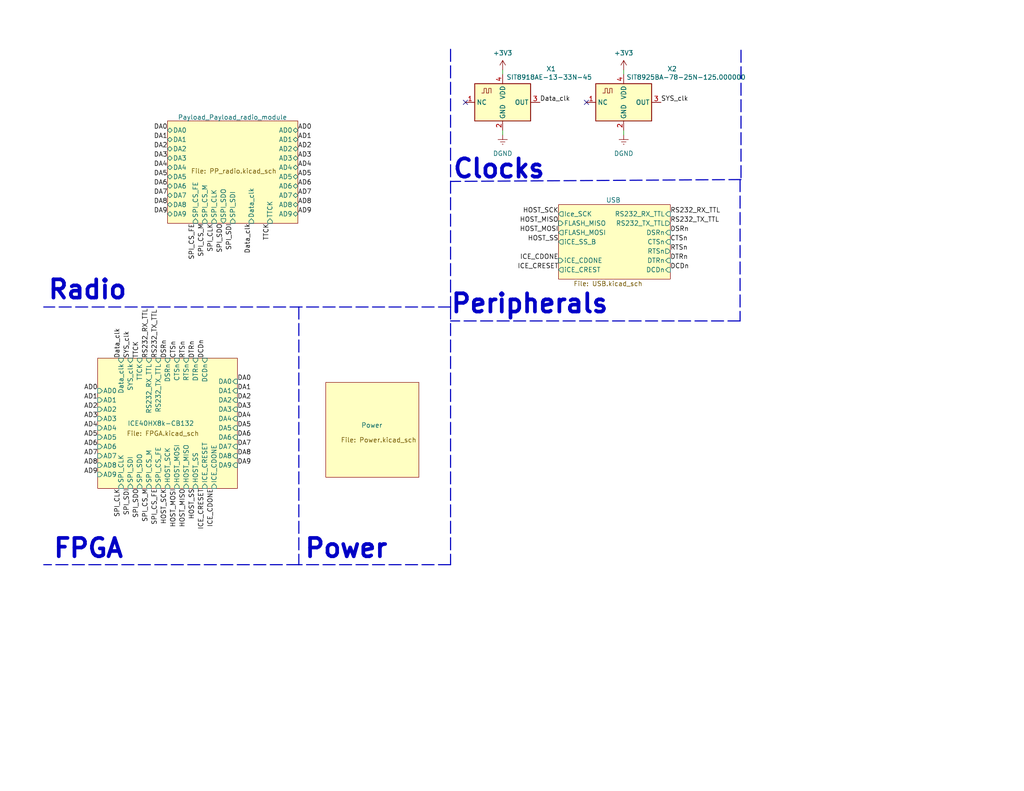
<source format=kicad_sch>
(kicad_sch (version 20231120) (generator "eeschema") (generator_version "8.0")
  (paper "A")
  (lib_symbols
    (symbol "ASCO_1"
      (property "Reference" "X1" (at 13.208 9.144 0))
      (property "Value" "SIT8918AE-13-33N-45" (at 12.7 6.858 0))
      (symbol "ASCO_1_0_1"
        (rectangle (start -7.62 5.08) (end 7.62 -5.08) (stroke (width 0.254)) (fill (type background)))
        (polyline (pts (xy -5.715 2.54) (xy -5.08 2.54) (xy -5.08 3.81) (xy -4.445 3.81) (xy -4.445 2.54) (xy -3.81 2.54) (xy -3.81 3.81) (xy -3.175 3.81) (xy -3.175 2.54)))
      )
      (symbol "ASCO_1_1_1"
        (pin input line (at -10.16 0 0) (length 2.54) (name "NC") (number "1"))
        (pin power_in line (at 0 -7.62 90) (length 2.54) (name "GND") (number "2"))
        (pin output line (at 10.16 0 180) (length 2.54) (name "OUT") (number "3"))
        (pin power_in line (at 0 7.62 270) (length 2.54) (name "VDD") (number "4"))
      )
    )
    (symbol "Oscillator:ASCO"
      (property "Reference" "X1" (at 13.208 9.144 0))
      (property "Value" "SIT8918AE-13-33N-45" (at 12.7 6.858 0))
      (symbol "ASCO_0_1"
        (rectangle (start -7.62 5.08) (end 7.62 -5.08) (stroke (width 0.254)) (fill (type background)))
        (polyline (pts (xy -5.715 2.54) (xy -5.08 2.54) (xy -5.08 3.81) (xy -4.445 3.81) (xy -4.445 2.54) (xy -3.81 2.54) (xy -3.81 3.81) (xy -3.175 3.81) (xy -3.175 2.54)))
      )
      (symbol "ASCO_1_1"
        (pin input line (at -10.16 0 0) (length 2.54) (name "NC") (number "1"))
        (pin power_in line (at 0 -7.62 90) (length 2.54) (name "GND") (number "2"))
        (pin output line (at 10.16 0 180) (length 2.54) (name "OUT") (number "3"))
        (pin power_in line (at 0 7.62 270) (length 2.54) (name "VDD") (number "4"))
      )
    )
    (symbol "power:+3V3" (power) (pin_numbers hide) (pin_names (offset 0) hide)
      (property "Value" "+3V3" (at 0 3.556 0))
      (symbol "+3V3_0_1"
        (polyline (pts (xy -0.762 1.27) (xy 0 2.54)))
        (polyline (pts (xy 0 0) (xy 0 2.54)))
        (polyline (pts (xy 0 2.54) (xy 0.762 1.27)))
      )
      (symbol "+3V3_1_1"
        (pin power_in line (at 0 0 90) (length 0) (name "~") (number "1"))
      )
    )
    (symbol "power:Earth" (power) (pin_numbers hide) (pin_names (offset 0) hide)
      (property "Value" "Earth" (at 0 -3.81 0))
      (symbol "Earth_0_1"
        (polyline (pts (xy -0.635 -1.905) (xy 0.635 -1.905)))
        (polyline (pts (xy -0.127 -2.54) (xy 0.127 -2.54)))
        (polyline (pts (xy 0 -1.27) (xy 0 0)))
        (polyline (pts (xy 1.27 -1.27) (xy -1.27 -1.27)))
      )
      (symbol "Earth_1_1"
        (pin power_in line (at 0 0 270) (length 0) (name "~") (number "1"))
      )
    )
  )
  (no_connect (at 160.02 27.94))
  (no_connect (at 127 27.94))
  (polyline (pts (xy 81.534 83.82) (xy 81.534 154.178)) (stroke (width 0.3) (type dash)))
  (wire (pts (xy 137.16 19.05) (xy 137.16 20.32)))
  (polyline (pts (xy 122.936 83.82) (xy 11.938 83.82)) (stroke (width 0.3) (type dash)))
  (polyline (pts (xy 81.534 154.178) (xy 11.938 154.178)) (stroke (width 0.3) (type dash)))
  (wire (pts (xy 137.16 35.56) (xy 137.16 36.83)))
  (polyline (pts (xy 201.93 49.022) (xy 201.93 87.63)) (stroke (width 0.3) (type dash)))
  (polyline (pts (xy 201.93 87.63) (xy 122.936 87.63)) (stroke (width 0.3) (type dash)))
  (polyline (pts (xy 202.184 49.022) (xy 122.936 49.53)) (stroke (width 0.3) (type dash)))
  (polyline (pts (xy 122.936 83.82) (xy 122.936 154.178)) (stroke (width 0.3) (type dash)))
  (wire (pts (xy 170.18 19.05) (xy 170.18 20.32)))
  (polyline (pts (xy 202.184 13.716) (xy 202.184 49.022)) (stroke (width 0.3) (type dash)))
  (polyline (pts (xy 122.936 13.462) (xy 122.936 83.82)) (stroke (width 0.3) (type dash)))
  (wire (pts (xy 170.18 35.56) (xy 170.18 36.83)))
  (polyline (pts (xy 122.936 154.178) (xy 81.534 154.178)) (stroke (width 0.3) (type dash)))
  (text "Peripherals" (at 144.526 83.058 0) (effects (font (size 5 5) (thickness 1) (bold yes))))
  (text "FPGA" (at 24.13 149.86 0) (effects (font (size 5 5) (thickness 1) (bold yes))))
  (text "Radio" (at 23.876 79.248 0) (effects (font (size 5 5) (thickness 1) (bold yes))))
  (text "Power" (at 94.488 149.86 0) (effects (font (size 5 5) (thickness 1) (bold yes))))
  (text "Clocks" (at 136.144 46.228 0) (effects (font (size 5 5) (thickness 1) (bold yes))))
  (label "HOST_SCK" (at 45.72 133.35 270))
  (label "SPI_SDO" (at 60.96 60.96 270))
  (label "AD0" (at 81.28 35.56 0))
  (label "AD6" (at 26.67 121.92 180))
  (label "RS232_RX_TTL" (at 40.64 97.79 90))
  (label "DSRn" (at 182.88 63.5 0))
  (label "DA8" (at 64.77 124.46 0))
  (label "AD3" (at 26.67 114.3 180))
  (label "DA3" (at 45.72 43.18 180))
  (label "AD5" (at 26.67 119.38 180))
  (label "DA5" (at 64.77 116.84 0))
  (label "AD2" (at 81.28 40.64 0))
  (label "DA6" (at 45.72 50.8 180))
  (label "RS232_TX_TTL" (at 43.18 97.79 90))
  (label "TTCK" (at 38.1 97.79 90))
  (label "AD8" (at 81.28 55.88 0))
  (label "DA4" (at 45.72 45.72 180))
  (label "SPI_SDI" (at 63.5 60.96 270))
  (label "DA4" (at 64.77 114.3 0))
  (label "DA6" (at 64.77 119.38 0))
  (label "HOST_MISO" (at 50.8 133.35 270))
  (label "SPI_CS_M" (at 40.64 133.35 270))
  (label "DA0" (at 64.77 104.14 0))
  (label "AD5" (at 81.28 48.26 0))
  (label "CTSn" (at 182.88 66.04 0))
  (label "RTSn" (at 182.88 68.58 0))
  (label "AD1" (at 26.67 109.22 180))
  (label "HOST_SCK" (at 152.4 58.42 180))
  (label "AD4" (at 81.28 45.72 0))
  (label "SPI_CLK" (at 58.42 60.96 270))
  (label "DA1" (at 64.77 106.68 0))
  (label "AD8" (at 26.67 127 180))
  (label "SPI_CS_FE" (at 43.18 133.35 270))
  (label "RS232_TX_TTL" (at 182.88 60.96 0))
  (label "SPI_CS_M" (at 55.88 60.96 270))
  (label "RS232_RX_TTL" (at 182.88 58.42 0))
  (label "HOST_MOSI" (at 152.4 63.5 180))
  (label "SPI_SDI" (at 35.56 133.35 270))
  (label "AD9" (at 81.28 58.42 0))
  (label "ICE_CDONE" (at 152.4 71.12 180))
  (label "AD6" (at 81.28 50.8 0))
  (label "HOST_SS" (at 152.4 66.04 180))
  (label "AD7" (at 81.28 53.34 0))
  (label "DA0" (at 45.72 35.56 180))
  (label "HOST_SS" (at 53.34 133.35 270))
  (label "HOST_MOSI" (at 48.26 133.35 270))
  (label "SYS_clk" (at 180.34 27.94 0))
  (label "DA3" (at 64.77 111.76 0))
  (label "HOST_MISO" (at 152.4 60.96 180))
  (label "DCDn" (at 55.88 97.79 90))
  (label "ICE_CRESET" (at 152.4 73.66 180))
  (label "SPI_SDO" (at 38.1 133.35 270))
  (label "DA2" (at 45.72 40.64 180))
  (label "Data_clk" (at 33.02 97.79 90))
  (label "DA1" (at 45.72 38.1 180))
  (label "DA9" (at 45.72 58.42 180))
  (label "TTCK" (at 73.66 60.96 270))
  (label "CTSn" (at 48.26 97.79 90))
  (label "DTRn" (at 53.34 97.79 90))
  (label "DCDn" (at 182.88 73.66 0))
  (label "SPI_CLK" (at 33.02 133.35 270))
  (label "AD0" (at 26.67 106.68 180))
  (label "DTRn" (at 182.88 71.12 0))
  (label "SYS_clk" (at 35.56 97.79 90))
  (label "DA5" (at 45.72 48.26 180))
  (label "DA2" (at 64.77 109.22 0))
  (label "DA8" (at 45.72 55.88 180))
  (label "DA7" (at 64.77 121.92 0))
  (label "AD4" (at 26.67 116.84 180))
  (label "AD7" (at 26.67 124.46 180))
  (label "Data_clk" (at 68.58 60.96 270))
  (label "AD3" (at 81.28 43.18 0))
  (label "AD2" (at 26.67 111.76 180))
  (label "SPI_CS_FE" (at 53.34 60.96 270))
  (label "DA7" (at 45.72 53.34 180))
  (label "AD1" (at 81.28 38.1 0))
  (label "DSRn" (at 45.72 97.79 90))
  (label "AD9" (at 26.67 129.54 180))
  (label "RTSn" (at 50.8 97.79 90))
  (label "DA9" (at 64.77 127 0))
  (label "Data_clk" (at 147.32 27.94 0))
  (label "ICE_CDONE" (at 58.42 133.35 270))
  (label "ICE_CRESET" (at 55.88 133.35 270))
  (symbol (lib_id "power:+3V3") (at 170.18 19.05 0) (unit 1)
    (property "Reference" "#PWR072" (effects (hide yes)))
    (property "Value" "+3V3" (at 170.18 14.478 0))
    (property "Description" "Power symbol creates a global label with name \"+3V3\"" (effects (hide yes)))
  )
  (symbol (lib_id "power:+3V3") (at 137.16 19.05 0) (unit 1)
    (property "Reference" "#PWR064" (effects (hide yes)))
    (property "Value" "+3V3" (at 137.16 14.478 0))
    (property "Description" "Power symbol creates a global label with name \"+3V3\"" (effects (hide yes)))
  )
  (symbol (lib_id "power:Earth") (at 137.16 36.83 0) (unit 1)
    (property "Reference" "#PWR065" (effects (hide yes)))
    (property "Value" "DGND" (at 137.16 41.91 0))
    (property "Description" "Power symbol creates a global label with name \"Earth\"" (effects (hide yes)))
  )
  (symbol (lib_id "Oscillator:ASCO") (at 137.16 27.94 0) (unit 1)
    (property "Reference" "X1" (at 150.368 18.796 0))
    (property "Value" "SIT8918AE-13-33N-45" (at 149.86 21.082 0))
    (property "Footprint" "COMMS_footprints:Oscillator_SMD_SiTime_PQFD-4L_2.5x2mm" (effects (hide yes)))
    (property "Datasheet" "https://mm.digikey.com/Volume0/opasdata/d220001/medias/docus/2088/SiT8918-datasheet.pdf" (effects (hide yes)))
  )
  (symbol (lib_id "power:Earth") (at 170.18 36.83 0) (unit 1)
    (property "Reference" "#PWR073" (effects (hide yes)))
    (property "Value" "DGND" (at 170.18 41.91 0))
    (property "Description" "Power symbol creates a global label with name \"Earth\"" (effects (hide yes)))
  )
  (symbol (lib_name "ASCO_1") (lib_id "Oscillator:ASCO") (at 170.18 27.94 0) (unit 1)
    (property "Reference" "X2" (at 183.388 18.796 0))
    (property "Value" "SIT8925BA-78-25N-125.000000" (at 187.198 21.082 0))
    (property "Footprint" "COMMS_footprints:Oscillator_SMD_SiTime_PQFD-4L_2x1.6mm" (effects (hide yes)))
    (property "Datasheet" "https://www.digikey.com/en/products/detail/sitime/SIT8925BA-78-25N-125-000000/16644070" (effects (hide yes)))
  )
  (sheet (at 26.67 97.79) (size 38.1 35.56) (stroke (width 0.1524)) (fill (color 255 255 194 1.0000))
    (property "Sheetname" "ICE40HX8k-CB132" (at 34.798 116.332 0) (effects (justify left bottom)))
    (property "Sheetfile" "FPGA.kicad_sch" (at 34.544 117.602 0) (effects (justify left top)))
    (pin "AD4" input (at 26.67 116.84 180))
    (pin "AD1" input (at 26.67 109.22 180))
    (pin "AD0" input (at 26.67 106.68 180))
    (pin "AD3" input (at 26.67 114.3 180))
    (pin "AD2" input (at 26.67 111.76 180))
    (pin "DA3" input (at 64.77 111.76 0))
    (pin "DA2" input (at 64.77 109.22 0))
    (pin "DA0" input (at 64.77 104.14 0))
    (pin "DA1" input (at 64.77 106.68 0))
    (pin "DA4" input (at 64.77 114.3 0))
    (pin "DA8" input (at 64.77 124.46 0))
    (pin "DA6" input (at 64.77 119.38 0))
    (pin "DA5" input (at 64.77 116.84 0))
    (pin "DA7" input (at 64.77 121.92 0))
    (pin "DA9" input (at 64.77 127 0))
    (pin "Data_clk" input (at 33.02 97.79 90))
    (pin "SYS_clk" input (at 35.56 97.79 90))
    (pin "TTCK" input (at 38.1 97.79 90))
    (pin "RTSn" input (at 50.8 97.79 90))
    (pin "RS232_RX_TTL" input (at 40.64 97.79 90))
    (pin "RS232_TX_TTL" input (at 43.18 97.79 90))
    (pin "DSRn" input (at 45.72 97.79 90))
    (pin "CTSn" input (at 48.26 97.79 90))
    (pin "DTRn" input (at 53.34 97.79 90))
    (pin "DCDn" input (at 55.88 97.79 90))
    (pin "AD5" input (at 26.67 119.38 180))
    (pin "AD8" input (at 26.67 127 180))
    (pin "AD7" input (at 26.67 124.46 180))
    (pin "AD9" input (at 26.67 129.54 180))
    (pin "AD6" input (at 26.67 121.92 180))
    (pin "HOST_MOSI" input (at 48.26 133.35 270))
    (pin "HOST_MISO" input (at 50.8 133.35 270))
    (pin "HOST_SS" input (at 53.34 133.35 270))
    (pin "HOST_SCK" input (at 45.72 133.35 270))
    (pin "SPI_SDI" input (at 35.56 133.35 270))
    (pin "SPI_SDO" input (at 38.1 133.35 270))
    (pin "SPI_CS_FE" input (at 43.18 133.35 270))
    (pin "SPI_CLK" input (at 33.02 133.35 270))
    (pin "SPI_CS_M" input (at 40.64 133.35 270))
    (pin "ICE_CRESET" input (at 55.88 133.35 270))
    (pin "ICE_CDONE" input (at 58.42 133.35 270))
  )
  (sheet (at 88.9 104.394) (size 25.4 25.908) (stroke (width 0.1524)) (fill (color 255 255 194 1.0000))
    (property "Sheetname" "Power" (at 98.552 116.84 0) (effects (justify left bottom)))
    (property "Sheetfile" "Power.kicad_sch" (at 92.964 119.38 0) (effects (justify left top)))
  )
  (sheet (at 152.4 55.88) (size 30.48 20.32) (stroke (width 0.1524)) (fill (color 255 255 194 1.0000))
    (property "Sheetname" "USB" (at 165.354 55.372 0) (effects (justify left bottom)))
    (property "Sheetfile" "USB.kicad_sch" (at 156.464 76.708 0) (effects (justify left top)))
    (pin "Ice_SCK" output (at 152.4 58.42 180))
    (pin "FLASH_MISO" input (at 152.4 60.96 180))
    (pin "FLASH_MOSI" output (at 152.4 63.5 180))
    (pin "iCE_SS_B" output (at 152.4 66.04 180))
    (pin "iCE_CDONE" input (at 152.4 71.12 180))
    (pin "iCE_CREST" output (at 152.4 73.66 180))
    (pin "RS232_TX_TTL" output (at 182.88 60.96 0))
    (pin "DSRn" input (at 182.88 63.5 0))
    (pin "CTSn" input (at 182.88 66.04 0))
    (pin "RTSn" output (at 182.88 68.58 0))
    (pin "DTRn" input (at 182.88 71.12 0))
    (pin "RS232_RX_TTL" input (at 182.88 58.42 0))
    (pin "DCDn" input (at 182.88 73.66 0))
  )
  (sheet (at 45.72 33.02) (size 35.56 27.94) (stroke (width 0.1524)) (fill (color 255 255 194 1.0000))
    (property "Sheetname" "Payload_Payload_radio_module" (at 48.514 32.766 0) (effects (justify left bottom)))
    (property "Sheetfile" "PP_radio.kicad_sch" (at 52.07 45.974 0) (effects (justify left top)))
    (pin "Data_clk" input (at 68.58 60.96 270))
    (pin "AD3" tri_state (at 81.28 43.18 0))
    (pin "AD1" tri_state (at 81.28 38.1 0))
    (pin "AD0" tri_state (at 81.28 35.56 0))
    (pin "AD4" tri_state (at 81.28 45.72 0))
    (pin "AD5" tri_state (at 81.28 48.26 0))
    (pin "AD6" tri_state (at 81.28 50.8 0))
    (pin "AD7" tri_state (at 81.28 53.34 0))
    (pin "AD2" tri_state (at 81.28 40.64 0))
    (pin "AD8" tri_state (at 81.28 55.88 0))
    (pin "AD9" tri_state (at 81.28 58.42 0))
    (pin "DA1" tri_state (at 45.72 38.1 180))
    (pin "DA2" tri_state (at 45.72 40.64 180))
    (pin "DA0" tri_state (at 45.72 35.56 180))
    (pin "DA3" tri_state (at 45.72 43.18 180))
    (pin "DA4" tri_state (at 45.72 45.72 180))
    (pin "SPI_SDO" output (at 60.96 60.96 270))
    (pin "SPI_SDI" input (at 63.5 60.96 270))
    (pin "SPI_CS_FE" input (at 53.34 60.96 270))
    (pin "SPI_CLK" input (at 58.42 60.96 270))
    (pin "DA9" tri_state (at 45.72 58.42 180))
    (pin "DA7" tri_state (at 45.72 53.34 180))
    (pin "DA6" tri_state (at 45.72 50.8 180))
    (pin "DA5" tri_state (at 45.72 48.26 180))
    (pin "DA8" tri_state (at 45.72 55.88 180))
    (pin "SPI_CS_M" input (at 55.88 60.96 270))
    (pin "TTCK" input (at 73.66 60.96 270))
  )
)
</source>
